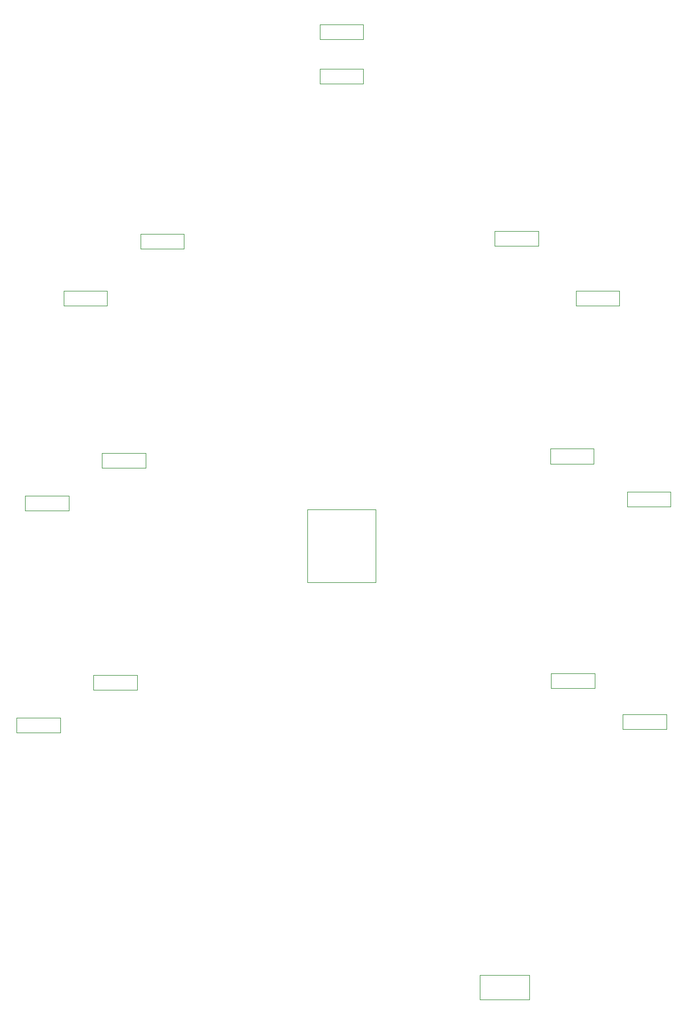
<source format=gbr>
G04 #@! TF.FileFunction,Other,User*
%FSLAX46Y46*%
G04 Gerber Fmt 4.6, Leading zero omitted, Abs format (unit mm)*
G04 Created by KiCad (PCBNEW 4.0.6) date Sunday, September 24, 2017 'PMt' 03:47:12 PM*
%MOMM*%
%LPD*%
G01*
G04 APERTURE LIST*
%ADD10C,0.100000*%
%ADD11C,0.050000*%
G04 APERTURE END LIST*
D10*
D11*
X100350000Y-96200000D02*
X100350000Y-107000000D01*
X100350000Y-107000000D02*
X90150000Y-107000000D01*
X90150000Y-107000000D02*
X90150000Y-96200000D01*
X90150000Y-96200000D02*
X100350000Y-96200000D01*
X136600000Y-63660000D02*
X130100000Y-63660000D01*
X136600000Y-63660000D02*
X136600000Y-65870000D01*
X130100000Y-65870000D02*
X130100000Y-63660000D01*
X130100000Y-65870000D02*
X136600000Y-65870000D01*
X48185000Y-96360000D02*
X54685000Y-96360000D01*
X48185000Y-96360000D02*
X48185000Y-94150000D01*
X54685000Y-94150000D02*
X54685000Y-96360000D01*
X54685000Y-94150000D02*
X48185000Y-94150000D01*
X137085000Y-128872000D02*
X143585000Y-128872000D01*
X137085000Y-128872000D02*
X137085000Y-126662000D01*
X143585000Y-126662000D02*
X143585000Y-128872000D01*
X143585000Y-126662000D02*
X137085000Y-126662000D01*
X115817000Y-165459000D02*
X123217000Y-165459000D01*
X123217000Y-165459000D02*
X123217000Y-169059000D01*
X123217000Y-169059000D02*
X115817000Y-169059000D01*
X115817000Y-169059000D02*
X115817000Y-165459000D01*
X53900000Y-65880000D02*
X60400000Y-65880000D01*
X53900000Y-65880000D02*
X53900000Y-63670000D01*
X60400000Y-63670000D02*
X60400000Y-65880000D01*
X60400000Y-63670000D02*
X53900000Y-63670000D01*
X137720000Y-95725000D02*
X144220000Y-95725000D01*
X137720000Y-95725000D02*
X137720000Y-93515000D01*
X144220000Y-93515000D02*
X144220000Y-95725000D01*
X144220000Y-93515000D02*
X137720000Y-93515000D01*
X46915000Y-129380000D02*
X53415000Y-129380000D01*
X46915000Y-129380000D02*
X46915000Y-127170000D01*
X53415000Y-127170000D02*
X53415000Y-129380000D01*
X53415000Y-127170000D02*
X46915000Y-127170000D01*
X124535000Y-54770000D02*
X118035000Y-54770000D01*
X124535000Y-54770000D02*
X124535000Y-56980000D01*
X118035000Y-56980000D02*
X118035000Y-54770000D01*
X118035000Y-56980000D02*
X124535000Y-56980000D01*
X59615000Y-90010000D02*
X66115000Y-90010000D01*
X59615000Y-90010000D02*
X59615000Y-87800000D01*
X66115000Y-87800000D02*
X66115000Y-90010000D01*
X66115000Y-87800000D02*
X59615000Y-87800000D01*
X132917000Y-120556000D02*
X126417000Y-120556000D01*
X132917000Y-120556000D02*
X132917000Y-122766000D01*
X126417000Y-122766000D02*
X126417000Y-120556000D01*
X126417000Y-122766000D02*
X132917000Y-122766000D01*
X65330000Y-57371000D02*
X71830000Y-57371000D01*
X65330000Y-57371000D02*
X65330000Y-55161000D01*
X71830000Y-55161000D02*
X71830000Y-57371000D01*
X71830000Y-55161000D02*
X65330000Y-55161000D01*
X132790000Y-87155000D02*
X126290000Y-87155000D01*
X132790000Y-87155000D02*
X132790000Y-89365000D01*
X126290000Y-89365000D02*
X126290000Y-87155000D01*
X126290000Y-89365000D02*
X132790000Y-89365000D01*
X58345000Y-123030000D02*
X64845000Y-123030000D01*
X58345000Y-123030000D02*
X58345000Y-120820000D01*
X64845000Y-120820000D02*
X64845000Y-123030000D01*
X64845000Y-120820000D02*
X58345000Y-120820000D01*
X92000000Y-32860000D02*
X98500000Y-32860000D01*
X92000000Y-32860000D02*
X92000000Y-30650000D01*
X98500000Y-30650000D02*
X98500000Y-32860000D01*
X98500000Y-30650000D02*
X92000000Y-30650000D01*
X92000000Y-26256000D02*
X98500000Y-26256000D01*
X92000000Y-26256000D02*
X92000000Y-24046000D01*
X98500000Y-24046000D02*
X98500000Y-26256000D01*
X98500000Y-24046000D02*
X92000000Y-24046000D01*
M02*

</source>
